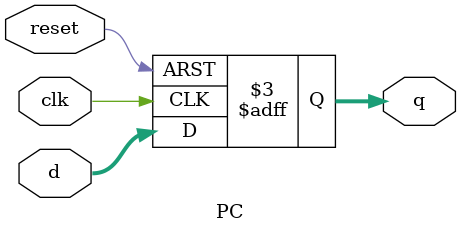
<source format=v>
`timescale 1ns / 1ps

module PC(
input reset,
input clk,
input [31:0] d,
output reg [31:0] q
);
    always@(posedge clk or negedge reset) begin
        if(!reset) q <= 0;
        else q <= d;
    end
endmodule
</source>
